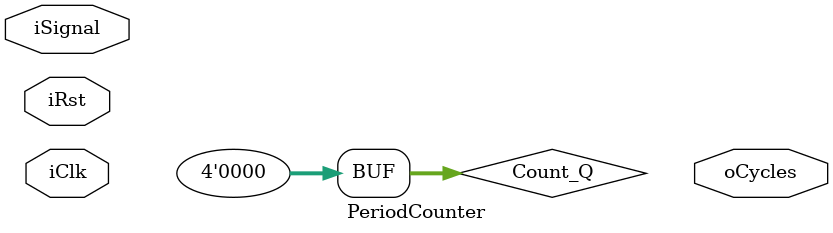
<source format=v>
module PeriodCounter (
	input iClk,
	input iRst,
	input iSignal,
	output [3:0] oCycles
);

reg [13:0]rCycles_D;
reg [13:0]rCycles_Q;

reg [1:0]rSignal_D;
reg [1:0]rSignal_Q;

reg [3:0]Count_Q = 4'd0;
reg [3:0]Count_D = 4'd0;

always @ (posedge iClk)
begin
if(iRst)
	begin
	rCycles_Q <= rCycles_D;
	end
else if(Count_Q < 4)
	begin
	rSignal_D[Count_D] <= iSignal;
	end
else
	begin
	Count_D = 4'd0;
	end
Count_D = Count_Q + 4'd1;
rSignal_Q <= rSignal_D;
end

always @ *
begin
	if(rSignal_Q[0] == 2'b0 & rSignal_Q[1] == 2'b1) //flancos de reloj 
		begin
			if(rCycles_D > 14'd9999)
			begin // agregar un valor a nuestra variable 
			rCycles_D = 14'd10000;
			end
			else
			begin
			rCycles_D = rCycles_Q + 14'd1;
			end
		end
	else
		begin
		rCycles_D = rCycles_Q;
		end
end
endmodule

/*rFrec_D = 1/((rT_Q)*(0.0000000002));
	
	rCentenas_D = rFrec_Q/100;
	rDecenas_D = (rFrec_Q - (rCentenas_Q*100))/10;
	rUnidades_D = (rFrec_Q - (rCentenas_Q*100) - rDecenas_Q*10);*/
	
	
</source>
